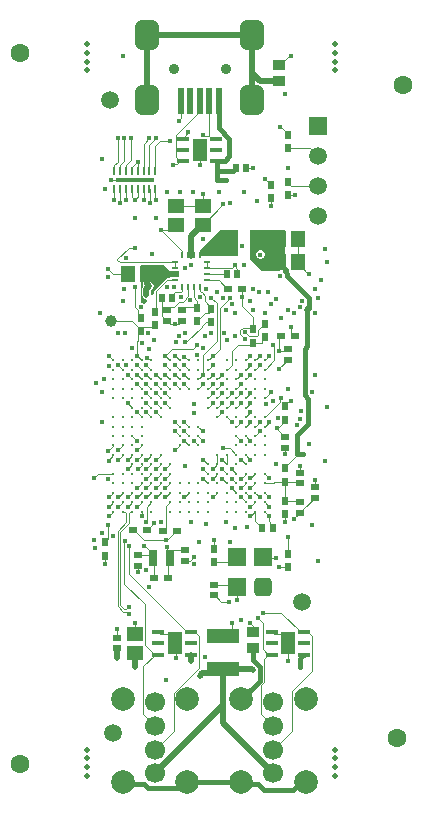
<source format=gtl>
G04*
G04 #@! TF.GenerationSoftware,Altium Limited,Altium Designer,21.8.1 (53)*
G04*
G04 Layer_Physical_Order=1*
G04 Layer_Color=255*
%FSLAX25Y25*%
%MOIN*%
G70*
G04*
G04 #@! TF.SameCoordinates,8CF8EC62-83D0-4302-AE6A-B584A4672486*
G04*
G04*
G04 #@! TF.FilePolarity,Positive*
G04*
G01*
G75*
%ADD18R,0.01890X0.00906*%
%ADD19R,0.00906X0.01890*%
%ADD20R,0.02953X0.05512*%
%ADD21R,0.05906X0.06299*%
G04:AMPARAMS|DCode=22|XSize=59.06mil|YSize=62.99mil|CornerRadius=14.76mil|HoleSize=0mil|Usage=FLASHONLY|Rotation=180.000|XOffset=0mil|YOffset=0mil|HoleType=Round|Shape=RoundedRectangle|*
%AMROUNDEDRECTD22*
21,1,0.05906,0.03347,0,0,180.0*
21,1,0.02953,0.06299,0,0,180.0*
1,1,0.02953,-0.01476,0.01673*
1,1,0.02953,0.01476,0.01673*
1,1,0.02953,0.01476,-0.01673*
1,1,0.02953,-0.01476,-0.01673*
%
%ADD22ROUNDEDRECTD22*%
%ADD23R,0.00984X0.03150*%
%ADD24R,0.12598X0.01299*%
%ADD25R,0.04724X0.07480*%
%ADD26R,0.03937X0.01378*%
%ADD27C,0.01142*%
%ADD28C,0.03937*%
%ADD29R,0.02362X0.02953*%
%ADD30R,0.02953X0.02362*%
%ADD31R,0.02362X0.07087*%
G04:AMPARAMS|DCode=32|XSize=78.74mil|YSize=98.43mil|CornerRadius=19.68mil|HoleSize=0mil|Usage=FLASHONLY|Rotation=0.000|XOffset=0mil|YOffset=0mil|HoleType=Round|Shape=RoundedRectangle|*
%AMROUNDEDRECTD32*
21,1,0.07874,0.05906,0,0,0.0*
21,1,0.03937,0.09843,0,0,0.0*
1,1,0.03937,0.01968,-0.02953*
1,1,0.03937,-0.01968,-0.02953*
1,1,0.03937,-0.01968,0.02953*
1,1,0.03937,0.01968,0.02953*
%
%ADD32ROUNDEDRECTD32*%
%ADD33R,0.01968X0.08858*%
%ADD34R,0.03937X0.03543*%
%ADD35R,0.02520X0.02362*%
%ADD36R,0.05512X0.05118*%
%ADD37R,0.10630X0.05118*%
%ADD38R,0.02362X0.02520*%
%ADD39R,0.05118X0.05512*%
%ADD64C,0.06299*%
%ADD69C,0.00400*%
%ADD70C,0.00462*%
%ADD71C,0.00350*%
%ADD72C,0.00402*%
%ADD73C,0.01575*%
%ADD74C,0.01968*%
%ADD75C,0.05906*%
%ADD76C,0.01968*%
%ADD77R,0.05906X0.05906*%
%ADD78C,0.06693*%
%ADD79C,0.07874*%
%ADD80C,0.03543*%
%ADD81C,0.01772*%
G36*
X27559Y189961D02*
X30512D01*
Y187992D01*
X27559D01*
X27212Y187645D01*
X26598D01*
X26598Y187645D01*
X26148Y187458D01*
Y187458D01*
X22369Y183679D01*
X22182Y183229D01*
X22182Y183229D01*
Y182615D01*
X21593Y182026D01*
X21539Y182033D01*
X21110Y182250D01*
Y183465D01*
X21677Y184032D01*
X21986Y184494D01*
X22094Y185039D01*
X21986Y185585D01*
X21677Y186047D01*
X21307Y186417D01*
Y188976D01*
X21198Y189522D01*
X20889Y189984D01*
X20427Y190293D01*
X19882Y190401D01*
X19336Y190293D01*
X18874Y189984D01*
X18565Y189522D01*
X18457Y188976D01*
Y185827D01*
X18565Y185281D01*
X18698Y185083D01*
X18677Y185063D01*
X18369Y184600D01*
X18260Y184055D01*
Y182087D01*
X18369Y181541D01*
X18677Y181079D01*
X19140Y180770D01*
X19549Y180689D01*
X19730Y180306D01*
X19746Y180179D01*
X18701Y179134D01*
X18692D01*
X18501Y179324D01*
X17992Y179535D01*
X17717D01*
Y191929D01*
X25591D01*
X27559Y189961D01*
D02*
G37*
G36*
X50197Y198787D02*
Y198236D01*
Y194882D01*
X37795D01*
X37402Y195276D01*
Y196850D01*
X44291Y203740D01*
X50197D01*
Y198787D01*
D02*
G37*
G36*
X65945Y193104D02*
X65468Y192881D01*
X65170Y193085D01*
X65096Y193459D01*
X64787Y193921D01*
X64325Y194230D01*
X63779Y194338D01*
X63234Y194230D01*
X62772Y193921D01*
X62463Y193459D01*
X62354Y192913D01*
Y192717D01*
X62463Y192171D01*
X62772Y191709D01*
X63234Y191400D01*
X63397Y191368D01*
X64304Y190461D01*
X64097Y189961D01*
X58071D01*
X54134Y193898D01*
Y203740D01*
X65945D01*
Y193104D01*
D02*
G37*
%LPC*%
G36*
X57925Y196877D02*
X57373D01*
X56864Y196666D01*
X56474Y196276D01*
X56263Y195767D01*
Y195215D01*
X56474Y194706D01*
X56864Y194316D01*
X57373Y194105D01*
X57925D01*
X58434Y194316D01*
X58824Y194706D01*
X59035Y195215D01*
Y195767D01*
X58824Y196276D01*
X58434Y196666D01*
X57925Y196877D01*
D02*
G37*
%LPD*%
D18*
X39764Y192913D02*
D03*
Y190945D02*
D03*
Y188976D02*
D03*
Y187008D02*
D03*
X29134D02*
D03*
Y188976D02*
D03*
Y190945D02*
D03*
Y192913D02*
D03*
D19*
X37402Y184646D02*
D03*
X35433D02*
D03*
X33465D02*
D03*
X31496D02*
D03*
Y195276D02*
D03*
X33465D02*
D03*
X35433D02*
D03*
X37402D02*
D03*
D20*
X21752Y94488D02*
D03*
X27461D02*
D03*
D21*
X49803Y94567D02*
D03*
Y84567D02*
D03*
X58465Y94567D02*
D03*
D22*
Y84567D02*
D03*
D23*
X22638Y223484D02*
D03*
X20669D02*
D03*
X18701D02*
D03*
X16732D02*
D03*
X14764D02*
D03*
X12795D02*
D03*
X10827D02*
D03*
X8858D02*
D03*
X22638Y217461D02*
D03*
X20669D02*
D03*
X18701D02*
D03*
X16732D02*
D03*
X14764D02*
D03*
X12795D02*
D03*
X10827D02*
D03*
X8858D02*
D03*
D24*
X15748Y220472D02*
D03*
D25*
X29055Y65945D02*
D03*
X37402Y230315D02*
D03*
X66929Y65945D02*
D03*
D26*
X23661Y69685D02*
D03*
Y65945D02*
D03*
Y62205D02*
D03*
X34449Y69685D02*
D03*
Y65945D02*
D03*
Y62205D02*
D03*
X32008Y234055D02*
D03*
Y230315D02*
D03*
Y226575D02*
D03*
X42795Y234055D02*
D03*
Y230315D02*
D03*
Y226575D02*
D03*
X61535Y69685D02*
D03*
Y65945D02*
D03*
Y62205D02*
D03*
X72323Y69685D02*
D03*
Y65945D02*
D03*
Y62205D02*
D03*
D27*
X8661Y109843D02*
D03*
Y112992D02*
D03*
Y116142D02*
D03*
Y119291D02*
D03*
Y122441D02*
D03*
Y128740D02*
D03*
Y131890D02*
D03*
Y135039D02*
D03*
Y138189D02*
D03*
Y141339D02*
D03*
Y147638D02*
D03*
Y150787D02*
D03*
Y153937D02*
D03*
Y157087D02*
D03*
Y160236D02*
D03*
X11811Y109843D02*
D03*
Y112992D02*
D03*
Y116142D02*
D03*
Y119291D02*
D03*
Y122441D02*
D03*
Y128740D02*
D03*
Y131890D02*
D03*
Y135039D02*
D03*
Y138189D02*
D03*
Y141339D02*
D03*
Y147638D02*
D03*
Y150787D02*
D03*
Y153937D02*
D03*
Y157087D02*
D03*
Y160236D02*
D03*
X14961Y109843D02*
D03*
Y112992D02*
D03*
Y116142D02*
D03*
Y119291D02*
D03*
Y122441D02*
D03*
Y125591D02*
D03*
Y128740D02*
D03*
Y131890D02*
D03*
Y135039D02*
D03*
Y138189D02*
D03*
Y141339D02*
D03*
Y144488D02*
D03*
Y147638D02*
D03*
Y150787D02*
D03*
Y153937D02*
D03*
Y157087D02*
D03*
Y160236D02*
D03*
X18110Y109843D02*
D03*
Y112992D02*
D03*
Y116142D02*
D03*
Y119291D02*
D03*
Y122441D02*
D03*
Y125591D02*
D03*
Y128740D02*
D03*
Y131890D02*
D03*
Y135039D02*
D03*
Y138189D02*
D03*
Y141339D02*
D03*
Y144488D02*
D03*
Y147638D02*
D03*
Y150787D02*
D03*
Y153937D02*
D03*
Y157087D02*
D03*
Y160236D02*
D03*
X21260Y109843D02*
D03*
Y112992D02*
D03*
Y116142D02*
D03*
Y119291D02*
D03*
Y122441D02*
D03*
Y125591D02*
D03*
Y128740D02*
D03*
Y141339D02*
D03*
Y144488D02*
D03*
Y147638D02*
D03*
Y150787D02*
D03*
Y153937D02*
D03*
Y157087D02*
D03*
Y160236D02*
D03*
X24409Y116142D02*
D03*
Y119291D02*
D03*
Y122441D02*
D03*
Y125591D02*
D03*
Y128740D02*
D03*
Y141339D02*
D03*
Y144488D02*
D03*
Y147638D02*
D03*
Y150787D02*
D03*
Y153937D02*
D03*
X27559Y109843D02*
D03*
Y112992D02*
D03*
Y116142D02*
D03*
Y119291D02*
D03*
Y122441D02*
D03*
Y125591D02*
D03*
Y144488D02*
D03*
Y147638D02*
D03*
Y150787D02*
D03*
Y153937D02*
D03*
Y157087D02*
D03*
Y160236D02*
D03*
X30709Y109843D02*
D03*
Y112992D02*
D03*
Y116142D02*
D03*
Y119291D02*
D03*
Y131890D02*
D03*
Y135039D02*
D03*
Y138189D02*
D03*
Y150787D02*
D03*
Y153937D02*
D03*
Y157087D02*
D03*
Y160236D02*
D03*
X33858Y109843D02*
D03*
Y112992D02*
D03*
Y116142D02*
D03*
Y119291D02*
D03*
Y131890D02*
D03*
Y135039D02*
D03*
Y138189D02*
D03*
Y150787D02*
D03*
Y153937D02*
D03*
Y157087D02*
D03*
Y160236D02*
D03*
X37008Y109843D02*
D03*
Y112992D02*
D03*
Y116142D02*
D03*
Y119291D02*
D03*
Y131890D02*
D03*
Y135039D02*
D03*
Y138189D02*
D03*
Y150787D02*
D03*
Y153937D02*
D03*
Y157087D02*
D03*
Y160236D02*
D03*
X40157Y109843D02*
D03*
Y112992D02*
D03*
Y116142D02*
D03*
Y119291D02*
D03*
Y122441D02*
D03*
Y125591D02*
D03*
Y144488D02*
D03*
Y147638D02*
D03*
Y150787D02*
D03*
Y153937D02*
D03*
Y157087D02*
D03*
Y160236D02*
D03*
X43307Y116142D02*
D03*
Y119291D02*
D03*
Y122441D02*
D03*
Y125591D02*
D03*
Y128740D02*
D03*
Y141339D02*
D03*
Y144488D02*
D03*
Y147638D02*
D03*
Y150787D02*
D03*
Y153937D02*
D03*
X46457Y109843D02*
D03*
Y112992D02*
D03*
Y116142D02*
D03*
Y119291D02*
D03*
Y122441D02*
D03*
Y125591D02*
D03*
Y128740D02*
D03*
Y141339D02*
D03*
Y144488D02*
D03*
Y147638D02*
D03*
Y150787D02*
D03*
Y153937D02*
D03*
Y157087D02*
D03*
Y160236D02*
D03*
X49606Y109843D02*
D03*
Y112992D02*
D03*
Y116142D02*
D03*
Y119291D02*
D03*
Y122441D02*
D03*
Y125591D02*
D03*
Y128740D02*
D03*
Y131890D02*
D03*
Y135039D02*
D03*
Y138189D02*
D03*
Y141339D02*
D03*
Y144488D02*
D03*
Y147638D02*
D03*
Y150787D02*
D03*
Y153937D02*
D03*
Y157087D02*
D03*
Y160236D02*
D03*
X52756Y109843D02*
D03*
Y112992D02*
D03*
Y116142D02*
D03*
Y119291D02*
D03*
Y122441D02*
D03*
Y125591D02*
D03*
Y128740D02*
D03*
Y131890D02*
D03*
Y135039D02*
D03*
Y138189D02*
D03*
Y141339D02*
D03*
Y144488D02*
D03*
Y147638D02*
D03*
Y150787D02*
D03*
Y153937D02*
D03*
Y157087D02*
D03*
Y160236D02*
D03*
X55905Y109843D02*
D03*
Y112992D02*
D03*
Y116142D02*
D03*
Y119291D02*
D03*
Y122441D02*
D03*
Y128740D02*
D03*
Y131890D02*
D03*
Y135039D02*
D03*
Y138189D02*
D03*
Y141339D02*
D03*
Y147638D02*
D03*
Y150787D02*
D03*
Y153937D02*
D03*
Y157087D02*
D03*
Y160236D02*
D03*
X59055Y109843D02*
D03*
Y112992D02*
D03*
Y116142D02*
D03*
Y119291D02*
D03*
Y122441D02*
D03*
Y128740D02*
D03*
Y131890D02*
D03*
Y135039D02*
D03*
Y138189D02*
D03*
Y141339D02*
D03*
Y147638D02*
D03*
Y150787D02*
D03*
Y153937D02*
D03*
Y157087D02*
D03*
Y160236D02*
D03*
D28*
X7874Y173228D02*
D03*
D29*
X59055Y168012D02*
D03*
Y172539D02*
D03*
X55118Y166043D02*
D03*
Y170571D02*
D03*
X66929Y215256D02*
D03*
Y219783D02*
D03*
Y235531D02*
D03*
Y231004D02*
D03*
X61024Y218799D02*
D03*
Y214272D02*
D03*
X17717Y169980D02*
D03*
Y174508D02*
D03*
X22638Y171949D02*
D03*
Y176476D02*
D03*
X5906Y95177D02*
D03*
Y99705D02*
D03*
X66929Y95768D02*
D03*
Y91240D02*
D03*
X42323Y97441D02*
D03*
Y92913D02*
D03*
X65945Y113484D02*
D03*
Y108957D02*
D03*
Y124311D02*
D03*
Y119783D02*
D03*
Y140453D02*
D03*
Y144980D02*
D03*
X36417Y173228D02*
D03*
Y177756D02*
D03*
X41339Y172933D02*
D03*
Y177461D02*
D03*
D30*
X69193Y168307D02*
D03*
X64665D02*
D03*
X19696Y103746D02*
D03*
X15169D02*
D03*
X29823Y103347D02*
D03*
X25295D02*
D03*
X26870Y87598D02*
D03*
X22343D02*
D03*
X51476Y184055D02*
D03*
X46949D02*
D03*
D31*
X49016Y199803D02*
D03*
X55315D02*
D03*
D32*
X19882Y247122D02*
D03*
Y268579D02*
D03*
X54921D02*
D03*
Y247122D02*
D03*
D33*
X31102Y246748D02*
D03*
X34252D02*
D03*
X43701D02*
D03*
X40551D02*
D03*
X37402D02*
D03*
D34*
X55118Y69587D02*
D03*
Y64272D02*
D03*
X63976Y258563D02*
D03*
Y253248D02*
D03*
D35*
X70866Y122795D02*
D03*
Y119331D02*
D03*
X75787Y114409D02*
D03*
Y117874D02*
D03*
X70866Y112953D02*
D03*
Y109488D02*
D03*
X9843Y67677D02*
D03*
Y64213D02*
D03*
X66929Y163898D02*
D03*
Y160433D02*
D03*
X16732Y95236D02*
D03*
Y91772D02*
D03*
X32480Y96969D02*
D03*
Y93504D02*
D03*
X42323Y81929D02*
D03*
Y85394D02*
D03*
X65945Y134606D02*
D03*
Y131142D02*
D03*
X31496Y176929D02*
D03*
Y173465D02*
D03*
X26575Y176929D02*
D03*
Y173465D02*
D03*
D36*
X15748Y62795D02*
D03*
Y69095D02*
D03*
X29528Y205512D02*
D03*
Y211811D02*
D03*
X38386Y205512D02*
D03*
Y211811D02*
D03*
D37*
X45276Y57480D02*
D03*
Y68504D02*
D03*
D38*
X49449Y224410D02*
D03*
X52913D02*
D03*
X61772Y104331D02*
D03*
X58307D02*
D03*
X46496Y188976D02*
D03*
X49961D02*
D03*
X28307Y181102D02*
D03*
X24843D02*
D03*
D39*
X19882Y188976D02*
D03*
X13583D02*
D03*
X63779Y192913D02*
D03*
X70079D02*
D03*
X63779Y200787D02*
D03*
X70079D02*
D03*
D64*
X-22638Y25591D02*
D03*
X105315Y251969D02*
D03*
X103347Y34449D02*
D03*
X-22638Y262795D02*
D03*
D69*
X24592Y203557D02*
X31496Y196653D01*
X24592Y203557D02*
Y203695D01*
X27711D01*
X29528Y205512D01*
X22638Y231829D02*
X24077Y233268D01*
X27461D01*
X25984Y161811D02*
X27559Y160236D01*
X16535Y161811D02*
Y165277D01*
X16502Y165310D02*
Y166624D01*
Y165310D02*
X16535Y165277D01*
X2067Y121063D02*
X3445Y122441D01*
X16732Y223484D02*
Y226378D01*
X6826Y102770D02*
X6890Y102833D01*
X6826Y100626D02*
Y102770D01*
X5906Y99705D02*
X6826Y100626D01*
X59055Y141339D02*
X64150Y146434D01*
Y146711D02*
X64170Y146730D01*
X64150Y146434D02*
Y146711D01*
X64170Y146730D02*
Y147544D01*
X41339Y181102D02*
X43209Y179232D01*
Y166848D02*
Y179232D01*
X38561Y162199D02*
X43209Y166848D01*
X54292Y108229D02*
X55905Y109843D01*
X26575Y177913D02*
X28844D01*
X30575Y179645D01*
X31784D01*
X58074Y166047D02*
Y167031D01*
X59055Y168012D01*
X58071Y166043D02*
X58074Y166047D01*
X67913Y168996D02*
Y171260D01*
X41732Y161811D02*
X41930D01*
X44057Y177612D02*
X47547Y181102D01*
X38561Y155534D02*
X38583Y155512D01*
X44057Y163938D02*
Y177612D01*
X38561Y155534D02*
Y162199D01*
X41831Y161811D02*
X41930D01*
X31496Y195276D02*
Y196653D01*
X15748Y177875D02*
Y184835D01*
Y177875D02*
X16735Y176888D01*
Y175489D02*
Y176888D01*
Y175489D02*
X17717Y174508D01*
X29134Y161811D02*
X30709Y160236D01*
X32490Y161419D02*
X33674Y160236D01*
X32305Y161419D02*
X32490Y161604D01*
X32283Y161811D02*
X32490Y161604D01*
Y161419D02*
Y161604D01*
X33674Y160236D02*
X33858D01*
X48976Y85394D02*
X49803Y84567D01*
X42323Y85394D02*
X48976D01*
X49803Y80315D02*
Y84567D01*
X3445Y122441D02*
X8661D01*
X6890Y102833D02*
Y105315D01*
X18131Y108289D02*
Y109821D01*
X18110Y109843D02*
X18131Y109821D01*
Y108289D02*
X18152Y108268D01*
X15464Y103746D02*
X18816Y100394D01*
X26280D01*
X15169Y103746D02*
X15464D01*
X19738Y107611D02*
Y111470D01*
X21260Y112992D01*
X19692Y107564D02*
X19738Y107611D01*
X26575Y100394D02*
X29528Y103347D01*
X26280Y100394D02*
X26575D01*
X29528Y103347D02*
X29823D01*
X26575Y95374D02*
Y98141D01*
X19685Y158661D02*
X21260Y157087D01*
X64170Y147544D02*
X64427Y147801D01*
X14764Y224567D02*
X16575Y226378D01*
X14764Y223484D02*
Y224567D01*
X16314Y214281D02*
X16732Y214700D01*
X14764Y214567D02*
X15748Y213583D01*
Y214515D02*
X15982Y214281D01*
X16314D01*
X16732Y214700D02*
Y217461D01*
X14764Y214567D02*
Y217461D01*
X59055Y220768D02*
X59350D01*
X61024Y219094D01*
Y218799D02*
Y219094D01*
X66929Y215256D02*
X69193D01*
X64272Y238189D02*
X64567D01*
X66929Y235827D01*
Y235531D02*
Y235827D01*
X52744Y125591D02*
X52756D01*
X51157Y127165D02*
X51169D01*
X52744Y125591D01*
X59055Y138189D02*
X59146D01*
X60539Y139582D02*
X60630D01*
X59146Y138189D02*
X60539Y139582D01*
X41710Y146052D02*
Y146063D01*
X40157Y144499D02*
X41710Y146052D01*
X40157Y144488D02*
Y144499D01*
X59055Y147638D02*
X61024Y149606D01*
X16502Y166624D02*
X16735Y166857D01*
X20541Y160754D02*
X21059Y160236D01*
X19905Y161017D02*
X20167Y160754D01*
X21059Y160236D02*
X21260D01*
X20167Y160754D02*
X20541D01*
X16735Y166857D02*
Y168999D01*
X62216Y160247D02*
Y165147D01*
X62008Y165354D02*
X62216Y165147D01*
X59055Y157087D02*
X62216Y160247D01*
X59055Y160236D02*
X60630Y161811D01*
X26192Y111625D02*
X27559Y112992D01*
X25295Y103347D02*
X26192Y104243D01*
Y111625D01*
X42402Y81929D02*
X44606Y79724D01*
X42323Y81929D02*
X42402D01*
X44606Y79724D02*
X47244D01*
X35433Y94762D02*
Y94791D01*
X34175Y93504D02*
X35433Y94762D01*
X32480Y93504D02*
X34175D01*
X16732Y89567D02*
Y91772D01*
X5906Y92520D02*
Y95177D01*
X65945Y106299D02*
Y108957D01*
X65945Y108957D01*
X60630Y106593D02*
X60791Y106432D01*
Y105312D02*
X61772Y104331D01*
X60791Y105312D02*
Y106432D01*
X60630Y106593D02*
Y108268D01*
X58465Y94567D02*
X58543Y94488D01*
X62992D01*
X66634Y91535D02*
X66929Y91240D01*
X63976Y91535D02*
X66634D01*
X9843Y67677D02*
Y70866D01*
X15748Y69095D02*
Y72835D01*
X29528Y61024D02*
Y65472D01*
X29055Y65945D02*
X29528Y65472D01*
X26893Y69196D02*
X29055Y67034D01*
X24150Y69196D02*
X26893D01*
X23661Y69685D02*
X24150Y69196D01*
X29055Y65945D02*
Y67034D01*
X45869Y68504D02*
X48228Y70863D01*
Y72835D01*
X45276Y68504D02*
X45869D01*
X54134Y72835D02*
X55118Y71850D01*
Y69587D02*
Y71850D01*
X62024Y69196D02*
X64767D01*
X61535Y69685D02*
X62024Y69196D01*
X64767D02*
X66929Y67034D01*
Y65945D02*
Y67034D01*
Y60039D02*
Y65945D01*
X64173Y258563D02*
X67159Y261549D01*
X67651D02*
X67913Y261811D01*
X63976Y258563D02*
X64173D01*
X67159Y261549D02*
X67651D01*
X30512Y240529D02*
X31102Y241119D01*
X30512Y240158D02*
Y240529D01*
X31102Y241119D02*
Y246748D01*
X32414Y234461D02*
Y235170D01*
X33465Y236221D01*
X32008Y234055D02*
X32414Y234461D01*
X37402Y225394D02*
Y230315D01*
X52913Y224410D02*
X55118D01*
X54331Y120888D02*
X54342D01*
X55895Y122441D01*
X55905D01*
X59055D02*
X59061D01*
X60624Y120877D01*
X60630D01*
X24398Y128740D02*
X24409D01*
X22846Y127187D02*
X24398Y128740D01*
X22835Y127187D02*
X22846D01*
X10258Y111417D02*
Y111428D01*
X11811Y112981D02*
Y112992D01*
X10258Y111428D02*
X11811Y112981D01*
X7087Y108268D02*
X8661Y109843D01*
X13386Y111417D02*
X14961Y112992D01*
X52756Y160236D02*
X54331Y161811D01*
X55905Y157087D02*
X57480Y158661D01*
X52756Y153937D02*
X54331Y155512D01*
X43307Y153937D02*
X44882Y155512D01*
X49606Y150787D02*
X51181Y152362D01*
X46457Y147638D02*
X48031Y149213D01*
X46457Y141339D02*
X48031Y139764D01*
X46457Y144488D02*
X48031Y146063D01*
X43307Y144488D02*
X44882Y146063D01*
X43307Y141339D02*
X44882Y142913D01*
X59055Y116142D02*
X60630Y114567D01*
X54331Y117717D02*
X55905Y119291D01*
X59055Y109843D02*
X60630Y108268D01*
X54331Y111417D02*
X55905Y112992D01*
X52756Y135039D02*
X54331Y133465D01*
X51181Y120866D02*
X52756Y122441D01*
X38583Y127165D02*
X40157Y125591D01*
X44882Y124016D02*
X46457Y122441D01*
X41732Y124016D02*
X43307Y125591D01*
X48031Y120866D02*
X49606Y119291D01*
X52756Y116142D02*
X54331Y114567D01*
X41732D02*
X43307Y116142D01*
X32283Y155512D02*
X33858Y153937D01*
X32283Y139764D02*
X33858Y138189D01*
X37008D02*
X38583Y136614D01*
X32283Y136614D02*
X33858Y135039D01*
X25984Y149213D02*
X27559Y147638D01*
X29134Y139764D02*
X30709Y138189D01*
X11811Y157087D02*
Y157098D01*
X16535Y152346D02*
X16544D01*
X13386Y155512D02*
X14961Y153937D01*
X10258Y158650D02*
Y158661D01*
Y158650D02*
X11811Y157098D01*
X7087Y161811D02*
X8661Y160236D01*
X22835Y149213D02*
X24409Y147638D01*
X19685Y149213D02*
X21260Y147638D01*
X22835Y146063D02*
X24409Y144488D01*
X19685Y146063D02*
X21260Y144488D01*
X19685Y142913D02*
X21260Y141339D01*
X18102Y150787D02*
X18110D01*
X16544Y152346D02*
X18102Y150787D01*
X16535Y142913D02*
X18110Y141339D01*
X37008Y135039D02*
X38583Y133465D01*
X32283Y133465D02*
X33858Y131890D01*
X35433Y133465D02*
X37008Y131890D01*
X29134Y130315D02*
X30709Y131890D01*
X29134Y136614D02*
X30709Y135039D01*
X25984Y124016D02*
X27559Y125591D01*
X22835Y124016D02*
X24409Y125591D01*
X25984Y120866D02*
X27559Y122441D01*
X25984Y117717D02*
X27559Y119291D01*
X32283Y114567D02*
X33858Y116142D01*
X22835Y120866D02*
X24409Y122441D01*
X22835Y117717D02*
X24409Y119291D01*
X19685Y124016D02*
X21260Y125591D01*
X19685Y120866D02*
X21260Y122441D01*
X16535Y130315D02*
X18110Y131890D01*
X14961Y135039D02*
X16535Y133465D01*
X16535Y117717D02*
X18110Y119291D01*
X13386Y127165D02*
X14961Y128740D01*
X13386Y114567D02*
X14961Y116142D01*
X7087Y114567D02*
X8661Y116142D01*
X39764Y187008D02*
X43701D01*
X46654Y184055D01*
X46949D01*
X41339Y177165D02*
Y177461D01*
X40358Y176184D02*
X41339Y177165D01*
X39078Y176184D02*
X40358D01*
X36417Y173524D02*
X39078Y176184D01*
X36417Y173228D02*
Y173524D01*
X39217Y179878D02*
X41339Y177756D01*
X39217Y179878D02*
Y181835D01*
X41339Y177461D02*
Y177756D01*
X38076Y182976D02*
X39217Y181835D01*
X37694Y182976D02*
X38076D01*
X37402Y183268D02*
X37694Y182976D01*
X37402Y183268D02*
Y184646D01*
X31784Y179645D02*
X32713Y180573D01*
Y180909D02*
X33465Y181660D01*
Y184646D01*
X32713Y180573D02*
Y180909D01*
X31204Y183068D02*
X31496Y183360D01*
X29288Y183068D02*
X31204D01*
X31496Y183360D02*
Y184646D01*
X28307Y182087D02*
X29288Y183068D01*
X55118Y166043D02*
X58071D01*
X54429Y165354D02*
X55118Y166043D01*
X48031Y163307D02*
X50079Y165354D01*
X54429D01*
X49606Y153937D02*
X51181Y155512D01*
X70335Y113484D02*
X70866Y112953D01*
X65945Y113484D02*
X70335D01*
X65945D02*
Y119783D01*
X70413D02*
X70866Y119331D01*
X65945Y119783D02*
X70413D01*
X61935Y119291D02*
X62427Y119783D01*
X65945D01*
X59055Y119291D02*
X61935D01*
X48150Y92913D02*
X49803Y94567D01*
X42323Y92913D02*
X48150D01*
X27461Y95692D02*
X28737Y96969D01*
X27461Y94488D02*
Y95692D01*
X28737Y96969D02*
X32480D01*
X26870Y87598D02*
Y93898D01*
X27461Y94488D01*
X21004Y95236D02*
X21752Y94488D01*
X16732Y95236D02*
X21004D01*
X21752Y94488D02*
X22343Y93898D01*
Y87598D02*
Y93898D01*
X19685Y106313D02*
X19692Y106320D01*
Y107564D01*
X19696Y127187D02*
X21249Y128740D01*
X19685Y127187D02*
X19696D01*
X21249Y128740D02*
X21260D01*
X18110Y125492D02*
Y125591D01*
X16732Y124114D02*
X18110Y125492D01*
X16732Y124016D02*
Y124114D01*
X22638Y223484D02*
Y231829D01*
X20669Y232132D02*
X22789Y234252D01*
X20669Y223484D02*
Y232132D01*
X18701Y232435D02*
X20518Y234252D01*
X18701Y223484D02*
Y232435D01*
X12341Y226773D02*
Y234252D01*
X10827Y225259D02*
X12341Y226773D01*
X10827Y223484D02*
Y225259D01*
X14612Y227076D02*
Y234252D01*
X12795Y225259D02*
X14612Y227076D01*
X12795Y223484D02*
Y225259D01*
X26575Y95374D02*
X27461Y94488D01*
X8661Y131827D02*
Y131890D01*
X6890Y129993D02*
Y130056D01*
X8661Y131827D01*
X19357Y98163D02*
X21752Y95768D01*
X18701Y98425D02*
X18963Y98163D01*
X21752Y94488D02*
Y95768D01*
X18963Y98163D02*
X19357D01*
X42323Y97441D02*
Y100394D01*
X66929Y95768D02*
Y101378D01*
X7152Y126822D02*
Y127030D01*
X8661Y128540D01*
Y128740D01*
X10236Y130315D02*
X11811Y131890D01*
X18088Y153937D02*
X18110D01*
X18099Y157087D02*
X18110D01*
X16535Y155468D02*
X16557D01*
X18088Y153937D01*
X16546Y158639D02*
X18099Y157087D01*
X16535Y158639D02*
X16546D01*
X66929Y219488D02*
X67910Y218507D01*
X76768D01*
X76772Y218504D01*
X66929Y219488D02*
Y219783D01*
X28230Y164057D02*
X35075D01*
X25984Y161811D02*
X28230Y164057D01*
X32305Y158650D02*
X33858Y157098D01*
X25984Y158661D02*
X27559Y157087D01*
X29134Y158661D02*
X30709Y157087D01*
X33858Y157087D02*
Y157098D01*
X32305Y158650D02*
Y158661D01*
X41930Y161811D02*
X44057Y163938D01*
X37008Y153948D02*
X38561Y155501D01*
X40157Y160236D02*
X40256D01*
X38561Y155501D02*
Y155512D01*
X37008Y153937D02*
Y153948D01*
X40256Y157087D02*
X41831Y158661D01*
X40157Y157087D02*
X40256D01*
X41831Y158661D02*
X41930D01*
X40256Y160236D02*
X41831Y161811D01*
X17717Y170276D02*
X18698Y171257D01*
X21257D01*
X22638Y172638D02*
Y172933D01*
X21257Y171257D02*
X22638Y172638D01*
X16735Y168999D02*
X17717Y169980D01*
X45276Y130905D02*
X47441D01*
X49606Y128740D01*
X48031Y158661D02*
Y163307D01*
X35075Y164057D02*
X36514Y165496D01*
X22835Y142913D02*
X24409Y141339D01*
X25984Y146063D02*
X27559Y144488D01*
X38583Y124016D02*
X40157Y122441D01*
Y147638D02*
X41732Y149213D01*
X44882Y127165D02*
X46457Y125591D01*
X41732Y120866D02*
X43307Y122441D01*
X49606Y135039D02*
X51181Y133465D01*
X43307Y147638D02*
X44882Y149213D01*
X32283Y152362D02*
X33858Y150787D01*
X49606Y138189D02*
X51181Y139764D01*
X29134Y152362D02*
X30709Y150787D01*
X37008D02*
X38583Y152362D01*
Y120866D02*
X40157Y119291D01*
X16535Y127165D02*
X18110Y128740D01*
X25984Y152362D02*
X27559Y150787D01*
X40157D02*
X41732Y152362D01*
X49606Y144488D02*
X51181Y146063D01*
X22835Y152362D02*
X24409Y150787D01*
X43307D02*
X44882Y152362D01*
X52756Y138189D02*
X54331Y139764D01*
X29134Y155512D02*
X30709Y153937D01*
X25984Y114567D02*
X27559Y116142D01*
X52756Y128740D02*
X54331Y127165D01*
X52756Y141339D02*
X54331Y142913D01*
X25984Y155512D02*
X27559Y153937D01*
X40157D02*
X41732Y155512D01*
X19685Y117717D02*
X21260Y119291D01*
X44882Y120866D02*
X46457Y119291D01*
X48031Y124016D02*
X49606Y122441D01*
Y147638D02*
X51181Y149213D01*
X19685Y152362D02*
X21260Y150787D01*
X22835Y114567D02*
X24409Y116142D01*
X13386Y124016D02*
X14961Y125591D01*
X13386Y146063D02*
X14961Y144488D01*
X52756D02*
X54331Y146063D01*
X22835Y155512D02*
X24409Y153937D01*
X55905Y135039D02*
X57480Y136614D01*
X55905Y138189D02*
X57480Y139764D01*
X19685Y114567D02*
X21260Y116142D01*
X52756Y147638D02*
X54331Y149213D01*
X19685Y155512D02*
X21260Y153937D01*
X10236Y127165D02*
X11811Y128740D01*
X48031Y117717D02*
X49606Y116142D01*
X51181Y117717D02*
X52756Y119291D01*
X46457Y157087D02*
X48031Y158661D01*
X51181Y114567D02*
X52756Y112992D01*
X55905Y116142D02*
X57480Y114567D01*
X52756Y157087D02*
X54331Y158661D01*
X16535Y161811D02*
X18110Y160236D01*
X59055Y112992D02*
X60630Y111417D01*
X55905Y160236D02*
X57480Y161811D01*
D70*
X14094Y109801D02*
X14919D01*
X13824Y109530D02*
X14094Y109801D01*
X13952Y88902D02*
Y98230D01*
X12336Y99799D02*
X12568Y100031D01*
X12336Y85839D02*
Y99799D01*
X12948Y106332D02*
Y109530D01*
X10951Y78599D02*
Y103097D01*
X12677Y109801D02*
X12948Y109530D01*
X13824Y105970D02*
Y109530D01*
X10076Y103460D02*
X12948Y106332D01*
X10951Y78599D02*
X12191Y77359D01*
X11853Y109801D02*
X12677D01*
X28765Y49253D02*
X37106Y57595D01*
X35728Y69685D02*
X37106Y68307D01*
Y57595D02*
Y68307D01*
X74936Y61249D02*
Y66901D01*
X73602Y69685D02*
X74902Y68386D01*
Y61215D02*
X74936Y61249D01*
X74902Y66935D02*
X74936Y66901D01*
X74902Y56768D02*
Y61215D01*
X68135Y50002D02*
X74902Y56768D01*
Y66935D02*
Y68386D01*
X39915Y235190D02*
X40086Y235020D01*
X38636Y235190D02*
X39915D01*
X62008Y30512D02*
X68135Y36639D01*
X64630Y76098D02*
X71043Y69685D01*
X58920Y52919D02*
Y60869D01*
X10076Y78236D02*
X11829Y76484D01*
X13554Y78066D02*
X13772D01*
X10951Y103097D02*
X13824Y105970D01*
X14919Y109801D02*
X14961Y109843D01*
X13550Y75787D02*
X13780D01*
X12854Y76484D02*
X13550Y75787D01*
X12191Y77359D02*
X12847D01*
X11829Y76484D02*
X12854D01*
X58017Y52016D02*
X58920Y52919D01*
X29395Y235297D02*
X37402Y243303D01*
X29395Y227908D02*
X30728Y226575D01*
X38386Y235441D02*
X38636Y235190D01*
X29798Y225644D02*
X30728Y226575D01*
X32008D01*
X10258Y114567D02*
Y114578D01*
X11811Y116131D02*
Y116142D01*
X10258Y114578D02*
X11811Y116131D01*
X19148Y65438D02*
X22382Y62205D01*
X11811Y109843D02*
X11853Y109801D01*
X10076Y78236D02*
Y103460D01*
X12847Y77359D02*
X13554Y78066D01*
X71043Y69685D02*
X73602D01*
X68135Y36639D02*
Y50002D01*
X58382Y76098D02*
X64630D01*
X56776Y74492D02*
X58412Y72856D01*
Y64049D02*
X60256Y62205D01*
X61535D01*
X58412Y64049D02*
Y72856D01*
X58017Y42377D02*
X62008Y38386D01*
X58017Y42377D02*
Y52016D01*
X58920Y60869D02*
X60256Y62205D01*
X16535Y114567D02*
X18110Y116142D01*
X16535Y111417D02*
X18110Y112992D01*
X18647Y42377D02*
X22638Y38386D01*
X33169Y69685D02*
X35728D01*
X28765Y36639D02*
Y49253D01*
X13952Y88902D02*
X33169Y69685D01*
X22638Y30512D02*
X28765Y36639D01*
X18647Y42377D02*
Y58470D01*
X22382Y62205D02*
X23661D01*
X18647Y58470D02*
X22382Y62205D01*
X12336Y85839D02*
X19148Y79026D01*
Y65438D02*
Y79026D01*
X7087Y111417D02*
X8661Y112992D01*
X40551Y235020D02*
Y246748D01*
Y235020D02*
X41516Y234055D01*
X42795D01*
X40086Y235020D02*
X40551D01*
X37402Y243303D02*
Y246748D01*
X29395Y227908D02*
Y235297D01*
X30728Y226575D02*
X32008D01*
X28794Y225644D02*
X29798D01*
X28543Y225394D02*
X28794Y225644D01*
D71*
X6826Y190748D02*
X8598Y188976D01*
X13583D01*
X67565Y146690D02*
X67874D01*
X67157Y146282D02*
X67565Y146690D01*
X57754Y171238D02*
X58049D01*
X56888Y170372D02*
X57754Y171238D01*
X53579Y168570D02*
X53630D01*
X53693Y168506D02*
X56543D01*
X53630Y168570D02*
X53693Y168506D01*
X59055Y172244D02*
Y172539D01*
X56888Y168851D02*
Y170372D01*
X56543Y168506D02*
X56888Y168851D01*
X58049Y171238D02*
X59055Y172244D01*
X39764Y190945D02*
X48202D01*
X49186Y191929D01*
X22819Y183229D02*
X26598Y187008D01*
X22819Y177461D02*
Y183229D01*
X24727Y175504D02*
Y178354D01*
X24843Y175118D02*
X25490Y174471D01*
X24843Y175118D02*
Y175388D01*
X24727Y178354D02*
X24843Y178470D01*
X24727Y175504D02*
X24843Y175388D01*
Y178470D02*
Y182087D01*
X27660Y172459D02*
X29077D01*
X29291Y172244D01*
X26654Y173465D02*
Y174449D01*
X29506Y172459D02*
X30411D01*
X25490Y174471D02*
X26632D01*
X30411Y172459D02*
X31496Y173543D01*
X29291Y172244D02*
X29506Y172459D01*
X26654Y173465D02*
X27660Y172459D01*
X43307Y125591D02*
Y128740D01*
X52551Y169598D02*
X53579Y168570D01*
X26598Y187008D02*
X29134D01*
X39764Y190945D02*
Y192913D01*
X63287Y137795D02*
X63559Y137523D01*
X65866Y134606D02*
X65945D01*
X63559Y136913D02*
X65866Y134606D01*
X63559Y136913D02*
Y137523D01*
X63287Y137795D02*
X63583D01*
X65945Y140157D01*
Y140453D01*
X49213Y191544D02*
Y191929D01*
X49961Y188976D02*
Y190796D01*
X49213Y191544D02*
X49961Y190796D01*
X70079Y192913D02*
Y200787D01*
X73622Y189173D02*
X73819D01*
X70079Y192717D02*
X73622Y189173D01*
X70079Y192717D02*
Y192913D01*
X38386Y215551D02*
X38386Y215551D01*
X38386Y211811D02*
Y215551D01*
X29528Y211811D02*
X38386D01*
X49186Y191929D02*
X49213D01*
X66951Y146282D02*
X67157D01*
X65945Y144980D02*
Y145276D01*
X66951Y146282D01*
X26632Y174471D02*
X26654Y174449D01*
X14764Y173228D02*
X17717Y170276D01*
Y169980D02*
Y170276D01*
X7874Y173228D02*
X14764D01*
X61024Y211614D02*
Y214272D01*
X45287Y212402D02*
Y212587D01*
Y212216D02*
Y212402D01*
X38583Y205512D02*
X45287Y212216D01*
X38386Y205512D02*
X38583D01*
X7874Y220472D02*
X15748D01*
X51476Y178263D02*
Y181398D01*
Y178263D02*
X55118Y174622D01*
Y170571D02*
Y174622D01*
X51476Y181398D02*
Y184055D01*
X63976Y163386D02*
Y167301D01*
X66417Y163386D02*
X66929Y163898D01*
X63976Y163386D02*
X66417D01*
X63976Y157559D02*
X66850Y160433D01*
X63976Y157480D02*
Y157559D01*
X66850Y160433D02*
X66929D01*
X65945Y128937D02*
Y131142D01*
X75711Y120155D02*
Y120308D01*
Y117950D02*
Y120155D01*
X75787Y120079D01*
X75711Y117950D02*
X75787Y117874D01*
X70866Y122795D02*
Y125000D01*
X19696Y103746D02*
X19992D01*
X22183Y105937D01*
X22304D01*
X10069Y226445D02*
Y234252D01*
X8858Y225234D02*
X10069Y226445D01*
X8858Y223484D02*
Y225234D01*
X74272Y231004D02*
X76772Y228504D01*
X66929Y231004D02*
X74272D01*
X22638Y217461D02*
X22687Y217411D01*
Y213685D02*
Y217411D01*
Y213685D02*
X22737Y213636D01*
X20669Y217461D02*
X20701Y217429D01*
Y212598D02*
Y217429D01*
Y212598D02*
X20733Y212567D01*
X18701Y213583D02*
Y217461D01*
X18701Y217461D02*
X18701Y217461D01*
X12795Y217461D02*
X12845Y217411D01*
Y213685D02*
Y217411D01*
Y213685D02*
X12895Y213636D01*
X10827Y217461D02*
X10858Y217429D01*
Y212598D02*
Y217429D01*
Y212598D02*
X10890Y212567D01*
X8858Y217461D02*
X8858Y217461D01*
Y213583D02*
Y217461D01*
D72*
X32480Y166339D02*
X32743Y166601D01*
X38213Y171498D02*
Y171590D01*
X33316Y166601D02*
X38213Y171498D01*
Y171590D02*
X39555Y172933D01*
X32743Y166601D02*
X33316D01*
X39555Y172933D02*
X41339D01*
X10009Y193731D02*
X10827Y192913D01*
X29134D01*
Y190945D02*
Y192913D01*
X46457Y125591D02*
Y128740D01*
X50965Y168909D02*
X52551Y167323D01*
X50965Y168909D02*
Y170255D01*
X51894Y171184D01*
X54505D01*
X55118Y170571D01*
X10009Y194064D02*
X13780Y197835D01*
X10009Y193731D02*
Y194064D01*
X13780Y197835D02*
X15748D01*
X69620Y128281D02*
Y128675D01*
X69882Y128937D01*
X65945Y124311D02*
Y124606D01*
X69620Y128281D01*
X55905Y106811D02*
Y109843D01*
X58307Y104331D02*
Y104409D01*
X55905Y106811D02*
X58307Y104409D01*
X68898Y107520D02*
Y107598D01*
X70787Y109488D01*
X70866D01*
X71925Y110626D02*
X75709Y114409D01*
X71925Y110468D02*
Y110626D01*
X70945Y109488D02*
X71925Y110468D01*
X70866Y109488D02*
X70945D01*
X75709Y114409D02*
X75787D01*
X39764Y188976D02*
X46496D01*
X31496Y177913D02*
X36260D01*
X36417Y177756D01*
X35902Y180663D02*
X36417Y180148D01*
X35433Y181394D02*
X35902Y180925D01*
Y180663D02*
Y180925D01*
X36417Y177756D02*
Y180148D01*
X35433Y181394D02*
Y184646D01*
D73*
X69882Y128937D02*
Y135232D01*
X72433Y148625D02*
Y164169D01*
X69882Y135232D02*
X73619Y138969D01*
X20196Y17717D02*
X29701D01*
X31748Y19764D01*
X18819Y19093D02*
X20196Y17717D01*
X31748Y19764D02*
X51299D01*
X51970Y19093D02*
X56891D01*
X58858Y17126D02*
X68481D01*
X56891Y19093D02*
X58858Y17126D01*
X68481D02*
X71118Y19764D01*
X49252Y224134D02*
X49449Y224331D01*
X49173Y224134D02*
X49252D01*
X48465Y223425D02*
X49173Y224134D01*
X49449Y224331D02*
Y224410D01*
X43307Y223425D02*
X48465D01*
X66185Y189605D02*
X66596Y189194D01*
X69882Y128937D02*
X71850D01*
X63779Y192717D02*
X66122Y190374D01*
X66596Y188323D02*
Y189194D01*
X72433Y148625D02*
X73619Y147438D01*
X73819Y177564D02*
Y181100D01*
X72433Y164169D02*
X73236Y164972D01*
X66596Y188323D02*
X73819Y181100D01*
X73236Y164972D02*
Y176982D01*
X73619Y138969D02*
Y147438D01*
X66122Y189727D02*
Y190374D01*
X51299Y47323D02*
X57488Y53512D01*
X55118Y60438D02*
X57488Y58068D01*
X55118Y60438D02*
Y64272D01*
X57488Y53512D02*
Y58068D01*
X51299Y19764D02*
X51970Y19093D01*
X71118Y19764D02*
X72716D01*
X12599Y19093D02*
X18819D01*
X11929Y19764D02*
X12599Y19093D01*
X43307Y220472D02*
X46260D01*
X43307D02*
Y223425D01*
X43012Y226575D02*
X43307Y226279D01*
Y223425D02*
Y226279D01*
X42795Y226575D02*
X43012D01*
X43091Y226870D02*
X45768D01*
X42795Y226575D02*
X43091Y226870D01*
X45768D02*
X47244Y228346D01*
Y234151D01*
X43701Y237694D02*
X47244Y234151D01*
X43701Y237694D02*
Y246748D01*
X71339Y61910D02*
X71634Y62205D01*
X71339Y61221D02*
Y61910D01*
X70866Y60748D02*
X71339Y61221D01*
X70866Y58071D02*
Y60748D01*
X71634Y62205D02*
X72323D01*
D74*
X19685Y182087D02*
Y184055D01*
X20669Y185039D01*
X19882Y185827D02*
X20669Y185039D01*
X19882Y185827D02*
Y188976D01*
X66122Y189727D02*
X66185Y189664D01*
X73236Y176982D02*
X73819Y177564D01*
X66185Y189605D02*
Y189664D01*
X63779Y192717D02*
Y192913D01*
X54724Y57480D02*
X55118Y57087D01*
X45276Y57480D02*
X54724D01*
X15748Y58071D02*
Y62795D01*
X9843Y61024D02*
Y64213D01*
X54921Y255906D02*
Y268579D01*
Y247122D02*
Y255906D01*
X57579Y253248D01*
X63976D01*
X19882Y268579D02*
X54921D01*
X19882Y247122D02*
Y268579D01*
X34449Y60039D02*
Y62205D01*
X38189Y55905D02*
X43701D01*
X37402Y55118D02*
X38189Y55905D01*
X43701D02*
X45276Y57480D01*
Y39370D02*
X62008Y22638D01*
X45276Y39370D02*
Y45276D01*
Y57480D01*
X22638Y22638D02*
X45276Y45276D01*
X34449Y194882D02*
Y201772D01*
X38189Y205512D02*
X38386D01*
X34449Y201772D02*
X38189Y205512D01*
D75*
X71612Y79605D02*
D03*
X8563Y35925D02*
D03*
X7465Y247100D02*
D03*
X76772Y208504D02*
D03*
Y218504D02*
D03*
Y228504D02*
D03*
D76*
X0Y21654D02*
D03*
Y24606D02*
D03*
Y27559D02*
D03*
Y30512D02*
D03*
X82677Y21654D02*
D03*
Y24606D02*
D03*
Y27559D02*
D03*
Y30512D02*
D03*
Y265748D02*
D03*
Y262795D02*
D03*
Y259842D02*
D03*
Y256890D02*
D03*
X0D02*
D03*
Y259842D02*
D03*
Y262795D02*
D03*
Y265748D02*
D03*
D77*
X76772Y238504D02*
D03*
D78*
X22638Y22638D02*
D03*
Y38386D02*
D03*
Y30512D02*
D03*
Y46260D02*
D03*
X62008Y22638D02*
D03*
Y38386D02*
D03*
Y30512D02*
D03*
Y46260D02*
D03*
D79*
X33346Y19764D02*
D03*
X11929D02*
D03*
Y47323D02*
D03*
X33346D02*
D03*
X72716Y19764D02*
D03*
X51299D02*
D03*
Y47323D02*
D03*
X72716D02*
D03*
D80*
X28740Y257279D02*
D03*
X46063D02*
D03*
D81*
X22835Y207677D02*
D03*
X24592Y203695D02*
D03*
X56398Y213386D02*
D03*
X52324Y216497D02*
D03*
X27461Y233268D02*
D03*
X25984Y161811D02*
D03*
X14944Y164370D02*
D03*
X6826Y190748D02*
D03*
X67874Y146690D02*
D03*
X71344Y143491D02*
D03*
X62992Y180747D02*
D03*
X6858Y120827D02*
D03*
X2067Y121063D02*
D03*
X13952Y98230D02*
D03*
X16732Y226378D02*
D03*
X5591Y153937D02*
D03*
X4320Y176181D02*
D03*
X4921Y139764D02*
D03*
X8412Y101585D02*
D03*
X54292Y108229D02*
D03*
X12795Y194500D02*
D03*
X29240Y172244D02*
D03*
X67913Y171260D02*
D03*
X52551Y167323D02*
D03*
X32480Y166339D02*
D03*
X30512Y168386D02*
D03*
X52551Y169598D02*
D03*
X51181Y73819D02*
D03*
X58071Y198819D02*
D03*
X15748Y197835D02*
D03*
X35433Y142717D02*
D03*
Y145669D02*
D03*
X17717Y178150D02*
D03*
X29134Y161811D02*
D03*
X32305Y161419D02*
D03*
X19685Y182087D02*
D03*
X20669Y185039D02*
D03*
X15748Y184835D02*
D03*
X26280Y53839D02*
D03*
X62992Y125748D02*
D03*
X79144Y197431D02*
D03*
X79710Y192913D02*
D03*
Y144685D02*
D03*
X79144Y126565D02*
D03*
X4921Y149606D02*
D03*
X2953Y152559D02*
D03*
X37106Y99705D02*
D03*
X47539D02*
D03*
X49803Y80315D02*
D03*
X63287Y137795D02*
D03*
X63378Y140917D02*
D03*
X73819Y189173D02*
D03*
X38386Y215551D02*
D03*
X21654Y195866D02*
D03*
X12106Y184055D02*
D03*
X6890Y105315D02*
D03*
X2067Y100394D02*
D03*
X4921Y102567D02*
D03*
X18152Y108268D02*
D03*
X26280Y100394D02*
D03*
X26575Y98141D02*
D03*
X19685Y158661D02*
D03*
X64427Y147801D02*
D03*
X62008Y146653D02*
D03*
X15748Y213583D02*
D03*
X59055Y220768D02*
D03*
X69193Y215256D02*
D03*
X64272Y238189D02*
D03*
X51157Y127165D02*
D03*
X68898Y107520D02*
D03*
X60630Y139582D02*
D03*
X41710Y146063D02*
D03*
X71850Y128937D02*
D03*
X69882D02*
D03*
X64226Y188272D02*
D03*
X71449Y180118D02*
D03*
X70866Y177922D02*
D03*
X73819Y132243D02*
D03*
X69962Y138664D02*
D03*
X74803Y149606D02*
D03*
X76772Y181102D02*
D03*
X75787Y184055D02*
D03*
X66929Y177165D02*
D03*
X68961Y176149D02*
D03*
X75787Y176181D02*
D03*
X61024Y149606D02*
D03*
X66929Y150591D02*
D03*
X70866Y140748D02*
D03*
X20669Y164134D02*
D03*
X20283Y169293D02*
D03*
X22306Y166901D02*
D03*
X19905Y161017D02*
D03*
X18088Y165967D02*
D03*
X6826Y187961D02*
D03*
X61024Y211614D02*
D03*
X45287Y212402D02*
D03*
X47547Y212629D02*
D03*
X7874Y220472D02*
D03*
X61024Y179134D02*
D03*
X59055Y176181D02*
D03*
X54134Y180118D02*
D03*
X55118Y177165D02*
D03*
X64673Y174213D02*
D03*
X51476Y181398D02*
D03*
X63976Y163386D02*
D03*
X60630Y161811D02*
D03*
X63976Y157480D02*
D03*
X59579Y145752D02*
D03*
X65945Y128937D02*
D03*
X75711Y120308D02*
D03*
X70866Y125000D02*
D03*
X53150Y104567D02*
D03*
X46260Y106299D02*
D03*
X39370Y105801D02*
D03*
X24606Y106535D02*
D03*
X22304Y105937D02*
D03*
X47244Y79724D02*
D03*
X35433Y94791D02*
D03*
X16732Y89567D02*
D03*
X5906Y92520D02*
D03*
X75787Y155512D02*
D03*
X74803Y105315D02*
D03*
X65945Y106299D02*
D03*
X62992Y94488D02*
D03*
X63976Y91535D02*
D03*
X55118Y57087D02*
D03*
X15748Y58071D02*
D03*
X9843Y61024D02*
D03*
Y70866D02*
D03*
X15748Y72835D02*
D03*
X29528Y61024D02*
D03*
X48228Y72835D02*
D03*
X54134D02*
D03*
X66929Y60039D02*
D03*
X30512Y240158D02*
D03*
X33465Y236221D02*
D03*
X37402Y225394D02*
D03*
X55118Y224410D02*
D03*
X46260Y220472D02*
D03*
X43307D02*
D03*
Y223425D02*
D03*
X39248Y61228D02*
D03*
X54331Y127165D02*
D03*
Y120888D02*
D03*
X15748Y207677D02*
D03*
X51583Y198512D02*
D03*
X57649Y195491D02*
D03*
X49213Y191929D02*
D03*
X66929Y224410D02*
D03*
X65945Y249016D02*
D03*
X67913Y261811D02*
D03*
X11811D02*
D03*
X60630Y120877D02*
D03*
X22835Y127187D02*
D03*
X10258Y111417D02*
D03*
X7087Y108268D02*
D03*
X13386Y111417D02*
D03*
X54331Y161811D02*
D03*
X57480Y158661D02*
D03*
X54331Y155512D02*
D03*
X44882D02*
D03*
X51181Y152362D02*
D03*
X48031Y149213D02*
D03*
Y146063D02*
D03*
Y139764D02*
D03*
X44882Y146063D02*
D03*
Y142913D02*
D03*
X60630Y114567D02*
D03*
X54331Y117717D02*
D03*
Y114567D02*
D03*
X60630Y108268D02*
D03*
X54331Y111417D02*
D03*
Y133465D02*
D03*
X48031Y120866D02*
D03*
X44882Y124016D02*
D03*
X41732Y124016D02*
D03*
X51181Y120866D02*
D03*
X41732Y114567D02*
D03*
X32283Y155512D02*
D03*
X38583Y136614D02*
D03*
X25984Y149213D02*
D03*
X32283Y139764D02*
D03*
Y136614D02*
D03*
X29134Y139764D02*
D03*
Y136614D02*
D03*
X16535Y152346D02*
D03*
X13386Y155512D02*
D03*
X10258Y158661D02*
D03*
X7087Y161811D02*
D03*
X22835Y149213D02*
D03*
Y146063D02*
D03*
X19685Y149213D02*
D03*
Y146063D02*
D03*
Y142913D02*
D03*
X16535D02*
D03*
X38583Y133465D02*
D03*
X35433Y133465D02*
D03*
X32283D02*
D03*
X38583Y127165D02*
D03*
X29134Y130315D02*
D03*
X32283Y114567D02*
D03*
X25984Y120866D02*
D03*
Y124016D02*
D03*
Y117717D02*
D03*
X22835Y124016D02*
D03*
X19685D02*
D03*
X22835Y120866D02*
D03*
Y117717D02*
D03*
X19685Y120866D02*
D03*
X16535Y130315D02*
D03*
X16535Y133465D02*
D03*
X16535Y117717D02*
D03*
X13386Y127165D02*
D03*
Y114567D02*
D03*
X7087D02*
D03*
X34449Y60039D02*
D03*
X37402Y55118D02*
D03*
X70866Y58071D02*
D03*
X38386Y200787D02*
D03*
X37419Y181390D02*
D03*
X31127Y181230D02*
D03*
X57087Y183071D02*
D03*
X55065Y184108D02*
D03*
X62008Y165354D02*
D03*
X32440Y191108D02*
D03*
X34485Y192097D02*
D03*
X77756Y187008D02*
D03*
X76772Y93504D02*
D03*
X2428Y97691D02*
D03*
X20669Y84646D02*
D03*
X19376Y90514D02*
D03*
X35433Y92520D02*
D03*
X19685Y106313D02*
D03*
X49132Y104215D02*
D03*
X34449Y106299D02*
D03*
X32480Y125000D02*
D03*
X19685Y127187D02*
D03*
X16732Y124016D02*
D03*
X43701Y216535D02*
D03*
X26378D02*
D03*
X30709D02*
D03*
X35039D02*
D03*
X22789Y234252D02*
D03*
X20518D02*
D03*
X10069D02*
D03*
X12341D02*
D03*
X14612D02*
D03*
X38386Y235441D02*
D03*
X6890Y129993D02*
D03*
X18701Y98425D02*
D03*
X10258Y114567D02*
D03*
X12568Y100031D02*
D03*
X42323Y100394D02*
D03*
X66929Y101378D02*
D03*
X13772Y78066D02*
D03*
X13780Y75787D02*
D03*
X58382Y76098D02*
D03*
X56776Y74492D02*
D03*
X16535Y114567D02*
D03*
Y111417D02*
D03*
X7087D02*
D03*
X28543Y225394D02*
D03*
X7152Y126822D02*
D03*
X10236Y130315D02*
D03*
X16535Y158639D02*
D03*
Y155468D02*
D03*
X7087Y158465D02*
D03*
X5906Y217520D02*
D03*
X4921Y227362D02*
D03*
X41339Y181102D02*
D03*
X22737Y213636D02*
D03*
X20733Y212567D02*
D03*
X36417Y162119D02*
D03*
X38486Y164367D02*
D03*
X36514Y165496D02*
D03*
X18701Y213583D02*
D03*
X48290Y178956D02*
D03*
X29528Y166339D02*
D03*
X32583Y169320D02*
D03*
X25984Y158661D02*
D03*
X32305D02*
D03*
X29134D02*
D03*
X12895Y213636D02*
D03*
X34315Y180268D02*
D03*
X11819Y180118D02*
D03*
X10890Y212567D02*
D03*
X10258Y169291D02*
D03*
X8858Y213583D02*
D03*
X60039Y183071D02*
D03*
X52165Y191929D02*
D03*
X46260Y177165D02*
D03*
X45276Y181102D02*
D03*
X41339Y169291D02*
D03*
X47547Y181102D02*
D03*
X46457Y167122D02*
D03*
X45643Y169243D02*
D03*
X38561Y155512D02*
D03*
X41930Y158661D02*
D03*
Y161811D02*
D03*
X43307Y183071D02*
D03*
X39370Y184055D02*
D03*
X12972Y158661D02*
D03*
X16535Y161811D02*
D03*
X12603Y169484D02*
D03*
X39307Y168275D02*
D03*
X49213Y168307D02*
D03*
Y176181D02*
D03*
X28730Y184733D02*
D03*
X26460Y184662D02*
D03*
X45276Y130905D02*
D03*
X22835Y142913D02*
D03*
X25984Y146063D02*
D03*
X38583Y124016D02*
D03*
X41732Y149213D02*
D03*
X44882Y127165D02*
D03*
X41732Y120866D02*
D03*
X51181Y133465D02*
D03*
X44882Y149213D02*
D03*
X32283Y152362D02*
D03*
X51181Y139764D02*
D03*
X29134Y152362D02*
D03*
X38583D02*
D03*
Y120866D02*
D03*
X16535Y127165D02*
D03*
X25984Y152362D02*
D03*
X41732D02*
D03*
X51181Y146063D02*
D03*
X22835Y152362D02*
D03*
X44882D02*
D03*
X54331Y139764D02*
D03*
X29134Y155512D02*
D03*
X25984Y114567D02*
D03*
X54331Y142913D02*
D03*
X25984Y155512D02*
D03*
X41732D02*
D03*
X19685Y117717D02*
D03*
X44882Y120866D02*
D03*
X48031Y124016D02*
D03*
X51181Y149213D02*
D03*
X19685Y152362D02*
D03*
X22835Y114567D02*
D03*
X13386Y124016D02*
D03*
Y146063D02*
D03*
X54331D02*
D03*
X22835Y155512D02*
D03*
X57480Y136614D02*
D03*
Y139764D02*
D03*
X19685Y114567D02*
D03*
X54331Y149213D02*
D03*
X19685Y155512D02*
D03*
X10236Y127165D02*
D03*
X48031Y117717D02*
D03*
X51181Y117717D02*
D03*
X51181Y155512D02*
D03*
X51181Y114567D02*
D03*
X57480D02*
D03*
X54331Y158661D02*
D03*
X60630Y111417D02*
D03*
X57480Y161811D02*
D03*
M02*

</source>
